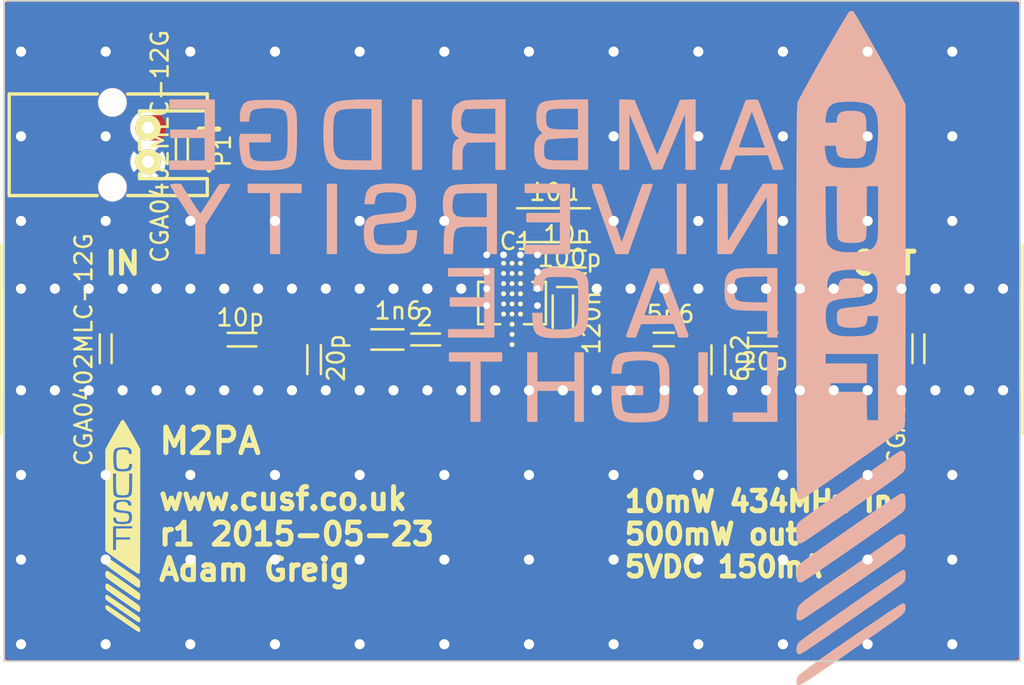
<source format=kicad_pcb>
(kicad_pcb (version 20221018) (generator pcbnew)
  (title_block (title "Martlet 2 RF PA") (date "Sat 23 May 2015") (rev "1") (company "Cambridge University Spaceflight") (comment 1 "Drawn By: Adam Greig"))
  (layers (0 "F.Cu" signal) (31 "B.Cu" signal) (34 "B.Paste" user) (35 "F.Paste" user) (36 "B.SilkS" user "B.Silkscreen") (37 "F.SilkS" user "F.Silkscreen") (38 "B.Mask" user) (39 "F.Mask" user) (44 "Edge.Cuts" user))
  (net 0 "")
  (net 1 "Net-(C1-Pad1)")
  (net 2 "Net-(C1-Pad2)")
  (net 3 "GND")
  (net 4 "+5V")
  (net 5 "Net-(C5-Pad2)")
  (net 6 "Net-(C7-Pad2)")
  (net 7 "Net-(IC1-Pad1)")
  (net 8 "Net-(IC1-Pad3)")
  (net 9 "Net-(L1-Pad1)")
  (footprint "m2pa:C0402" (layer "F.Cu") (at 123.55 87.01 180)
    (fp_text reference "C1" hide)
    (fp_text value "10p" (at 0.6 1.3 180) (layer "F.SilkS"))
    (pad "1" smd rect locked (at 0 0 180) (size 0.6 0.6) (layers "F.Cu" "F.Paste" "F.Mask") (net 1 "Net-(C1-Pad1)"))
    (pad "2" smd rect locked (at 1 0 180) (size 0.6 0.6) (layers "F.Cu" "F.Paste" "F.Mask") (net 2 "Net-(C1-Pad2)"))
  )
  (footprint "m2pa:C0402" (layer "F.Cu") (at 127.31 88.69 90)
    (fp_text reference "C2" hide)
    (fp_text value "20p" (at 0.6 1.3 90) (layer "F.SilkS"))
    (pad "1" smd rect locked (at 0 0 90) (size 0.6 0.6) (layers "F.Cu" "F.Paste" "F.Mask") (net 3 "GND"))
    (pad "2" smd rect locked (at 1 0 90) (size 0.6 0.6) (layers "F.Cu" "F.Paste" "F.Mask") (net 1 "Net-(C1-Pad1)"))
  )
  (footprint "m2pa:C0402" (layer "F.Cu") (at 143 83.5 180)
    (fp_text reference "C3" hide)
    (fp_text value "100p" (at 0.6 1.3 180) (layer "F.SilkS"))
    (pad "1" smd rect (at 0 0 180) (size 0.6 0.6) (layers "F.Cu" "F.Paste" "F.Mask") (net 4 "+5V"))
    (pad "2" smd rect (at 1 0 180) (size 0.6 0.6) (layers "F.Cu" "F.Paste" "F.Mask") (net 3 "GND"))
  )
  (footprint "m2pa:C0603" (layer "F.Cu") (at 143 82.25 180)
    (fp_text reference "C4" hide)
    (fp_text value "10n" (at 0.75 1.45 180) (layer "F.SilkS"))
    (pad "1" smd rect (at 0 0 180) (size 0.7 0.8) (layers "F.Cu" "F.Paste" "F.Mask") (net 4 "+5V"))
    (pad "2" smd rect (at 1.4 0 180) (size 0.7 0.8) (layers "F.Cu" "F.Paste" "F.Mask") (net 3 "GND"))
  )
  (footprint "m2pa:C0402" (layer "F.Cu") (at 151.18 88.7 90)
    (fp_text reference "C5" hide)
    (fp_text value "6p2" (at 0.6 1.3 90) (layer "F.SilkS"))
    (pad "1" smd rect locked (at 0 0 90) (size 0.6 0.6) (layers "F.Cu" "F.Paste" "F.Mask") (net 3 "GND"))
    (pad "2" smd rect locked (at 1 0 90) (size 0.6 0.6) (layers "F.Cu" "F.Paste" "F.Mask") (net 5 "Net-(C5-Pad2)"))
  )
  (footprint "m2pa:C1206" (layer "F.Cu") (at 143 80.25 180)
    (fp_text reference "C6" hide)
    (fp_text value "10µ" (at 1.5 1.95 180) (layer "F.SilkS"))
    (pad "1" smd rect (at 0 0 180) (size 1.2 1.7) (layers "F.Cu" "F.Paste" "F.Mask") (net 4 "+5V"))
    (pad "2" smd rect (at 3.1 0 180) (size 1.2 1.7) (layers "F.Cu" "F.Paste" "F.Mask") (net 3 "GND"))
  )
  (footprint "m2pa:C0402" (layer "F.Cu") (at 153.3 87)
    (fp_text reference "C7" hide)
    (fp_text value "20p" (at 0.6 1.3) (layer "F.SilkS"))
    (pad "1" smd rect (at 0 0) (size 0.6 0.6) (layers "F.Cu" "F.Paste" "F.Mask") (net 5 "Net-(C5-Pad2)"))
    (pad "2" smd rect (at 1 0) (size 0.6 0.6) (layers "F.Cu" "F.Paste" "F.Mask") (net 6 "Net-(C7-Pad2)"))
  )
  (footprint "m2pa:R0402" (layer "F.Cu") (at 115 87 -90)
    (fp_text reference "D1" hide)
    (fp_text value "CGA0402MLC-12G" (at 0.6 1.3 270) (layer "F.SilkS"))
    (pad "1" smd rect (at 0 0 270) (size 0.6 0.5) (layers "F.Cu" "F.Paste" "F.Mask") (net 2 "Net-(C1-Pad2)"))
    (pad "2" smd rect (at 1.1 0 270) (size 0.6 0.5) (layers "F.Cu" "F.Paste" "F.Mask") (net 3 "GND"))
  )
  (footprint "m2pa:R0402" (layer "F.Cu") (at 163 87 -90)
    (fp_text reference "D2" hide)
    (fp_text value "CGA0402MLC-12G" (at 0.6 1.3 270) (layer "F.SilkS"))
    (pad "1" smd rect (at 0 0 270) (size 0.6 0.5) (layers "F.Cu" "F.Paste" "F.Mask") (net 6 "Net-(C7-Pad2)"))
    (pad "2" smd rect (at 1.1 0 270) (size 0.6 0.5) (layers "F.Cu" "F.Paste" "F.Mask") (net 3 "GND"))
  )
  (footprint "m2pa:SOT89-3" (layer "F.Cu") (at 139 87)
    (fp_text reference "IC1" (at 0 -5.8) (layer "F.SilkS"))
    (fp_text value "ADL5324" hide)
    (pad "1" smd rect (at -1.5 0 180) (size 0.9 1.3) (layers "F.Cu" "F.Paste" "F.Mask") (net 7 "Net-(IC1-Pad1)"))
    (pad "2" thru_hole circle (at -0.5 -4.5 180) (size 0.3 0.3) (drill 0.2) (layers "*.Cu" "F.SilkS" "F.Mask") (net 3 "GND"))
    (pad "2" thru_hole circle (at -0.5 -3.9 180) (size 0.3 0.3) (drill 0.2) (layers "*.Cu" "F.SilkS" "F.Mask") (net 3 "GND"))
    (pad "2" thru_hole circle (at -0.5 -3.3 180) (size 0.3 0.3) (drill 0.2) (layers "*.Cu" "F.SilkS" "F.Mask") (net 3 "GND"))
    (pad "2" thru_hole circle (at -0.5 -2.7 180) (size 0.3 0.3) (drill 0.2) (layers "*.Cu" "F.SilkS" "F.Mask") (net 3 "GND"))
    (pad "2" thru_hole circle (at -0.5 -2.1 180) (size 0.3 0.3) (drill 0.2) (layers "*.Cu" "F.SilkS" "F.Mask") (net 3 "GND"))
    (pad "2" thru_hole circle (at -0.5 -1.5 180) (size 0.3 0.3) (drill 0.2) (layers "*.Cu" "F.SilkS" "F.Mask") (net 3 "GND"))
    (pad "2" thru_hole circle (at 0 -4.5 180) (size 0.3 0.3) (drill 0.2) (layers "*.Cu" "F.SilkS" "F.Mask") (net 3 "GND"))
    (pad "2" thru_hole circle (at 0 -3.9 180) (size 0.3 0.3) (drill 0.2) (layers "*.Cu" "F.SilkS" "F.Mask") (net 3 "GND"))
    (pad "2" thru_hole circle (at 0 -3.3 180) (size 0.3 0.3) (drill 0.2) (layers "*.Cu" "F.SilkS" "F.Mask") (net 3 "GND"))
    (pad "2" smd rect (at 0 -3 180) (size 1.8 3.5) (layers "F.Cu" "F.Paste" "F.Mask") (net 3 "GND"))
    (pad "2" smd rect (at 0 -3 180) (size 1.8 3.5) (layers "B.Cu") (net 3 "GND"))
    (pad "2" thru_hole circle (at 0 -2.7 180) (size 0.3 0.3) (drill 0.2) (layers "*.Cu" "F.SilkS" "F.Mask") (net 3 "GND"))
    (pad "2" thru_hole circle (at 0 -2.1 180) (size 0.3 0.3) (drill 0.2) (layers "*.Cu" "F.SilkS" "F.Mask") (net 3 "GND"))
    (pad "2" thru_hole circle (at 0 -1.5 180) (size 0.3 0.3) (drill 0.2) (layers "*.Cu" "F.SilkS" "F.Mask") (net 3 "GND"))
    (pad "2" thru_hole circle (at 0 -0.9 180) (size 0.3 0.3) (drill 0.2) (layers "*.Cu" "F.SilkS" "F.Mask") (net 3 "GND"))
    (pad "2" thru_hole circle (at 0 -0.3 180) (size 0.3 0.3) (drill 0.2) (layers "*.Cu" "F.SilkS" "F.Mask") (net 3 "GND"))
    (pad "2" smd rect (at 0 -0.3 180) (size 0.9 1.9) (layers "F.Cu" "F.Paste" "F.Mask") (net 3 "GND"))
    (pad "2" smd rect (at 0 -0.3 180) (size 0.9 1.9) (layers "B.Cu") (net 3 "GND"))
    (pad "2" thru_hole circle (at 0 0.3 180) (size 0.3 0.3) (drill 0.2) (layers "*.Cu" "F.SilkS" "F.Mask") (net 3 "GND"))
    (pad "2" thru_hole circle (at 0.5 -4.5 180) (size 0.3 0.3) (drill 0.2) (layers "*.Cu" "F.SilkS" "F.Mask") (net 3 "GND"))
    (pad "2" thru_hole circle (at 0.5 -3.9 180) (size 0.3 0.3) (drill 0.2) (layers "*.Cu" "F.SilkS" "F.Mask") (net 3 "GND"))
    (pad "2" thru_hole circle (at 0.5 -3.3 180) (size 0.3 0.3) (drill 0.2) (layers "*.Cu" "F.SilkS" "F.Mask") (net 3 "GND"))
    (pad "2" thru_hole circle (at 0.5 -2.7 180) (size 0.3 0.3) (drill 0.2) (layers "*.Cu" "F.SilkS" "F.Mask") (net 3 "GND"))
    (pad "2" thru_hole circle (at 0.5 -2.1 180) (size 0.3 0.3) (drill 0.2) (layers "*.Cu" "F.SilkS" "F.Mask") (net 3 "GND"))
    (pad "2" thru_hole circle (at 0.5 -1.5 180) (size 0.3 0.3) (drill 0.2) (layers "*.Cu" "F.SilkS" "F.Mask") (net 3 "GND"))
    (pad "3" smd rect (at 1.5 0 180) (size 0.9 1.3) (layers "F.Cu" "F.Paste" "F.Mask") (net 8 "Net-(IC1-Pad3)"))
  )
  (footprint "m2pa:L0603" (layer "F.Cu") (at 132.29 87 180)
    (fp_text reference "L1" hide)
    (fp_text value "1n6" (at 0 1.7 180) (layer "F.SilkS"))
    (pad "1" smd rect locked (at 0 0 180) (size 0.64 1.02) (layers "F.Cu" "F.Paste" "F.Mask") (net 9 "Net-(L1-Pad1)"))
    (pad "2" smd rect locked (at 1.28 0 180) (size 0.64 1.02) (layers "F.Cu" "F.Paste" "F.Mask") (net 1 "Net-(C1-Pad1)"))
  )
  (footprint "m2pa:L0603" (layer "F.Cu") (at 142 86 90)
    (fp_text reference "L2" hide)
    (fp_text value "120n" (at 0 1.7 90) (layer "F.SilkS"))
    (pad "1" smd rect (at 0 0 90) (size 0.64 1.02) (layers "F.Cu" "F.Paste" "F.Mask") (net 8 "Net-(IC1-Pad3)"))
    (pad "2" smd rect (at 1.28 0 90) (size 0.64 1.02) (layers "F.Cu" "F.Paste" "F.Mask") (net 4 "+5V"))
  )
  (footprint "m2pa:L0402" (layer "F.Cu") (at 148.36 87 180)
    (fp_text reference "L3" hide)
    (fp_text value "5n6" (at 0 1.5 180) (layer "F.SilkS"))
    (pad "1" smd rect locked (at 0 0 180) (size 0.36 0.66) (layers "F.Cu" "F.Paste" "F.Mask") (net 5 "Net-(C5-Pad2)"))
    (pad "2" smd rect locked (at 0.82 0 180) (size 0.36 0.66) (layers "F.Cu" "F.Paste" "F.Mask") (net 8 "Net-(IC1-Pad3)"))
  )
  (footprint "m2pa:S02B-PASK-2" (layer "F.Cu") (at 117.5 76.5 90)
    (fp_text reference "P1" (at 0.64 4.38 90) (layer "F.SilkS"))
    (fp_text value "CONN_01X02" hide)
    (pad "" np_thru_hole circle (at -1.5 -2.1 90) (size 1.2 1.2) (drill 1.2) (layers "*.Cu" "*.Mask" "F.SilkS"))
    (pad "" np_thru_hole circle (at 3.5 -2.1 90) (size 1.2 1.2) (drill 1.2) (layers "*.Cu" "*.Mask" "F.SilkS"))
    (pad "1" thru_hole circle (at 0 0 90) (size 1.5 1.5) (drill 0.7) (layers "*.Cu" "*.Mask" "F.SilkS") (net 3 "GND"))
    (pad "2" thru_hole circle (at 2 0 90) (size 1.5 1.5) (drill 0.7) (layers "*.Cu" "*.Mask" "F.SilkS") (net 4 "+5V"))
  )
  (footprint "m2pa:SMA-142-0701-801" (layer "F.Cu") (at 111.5 87 90)
    (fp_text reference "P2" hide)
    (fp_text value "SMA" hide)
    (pad "1" smd rect (at 0 0 90) (size 2.286 5.08) (layers "F.Cu" "F.Mask") (net 2 "Net-(C1-Pad2)"))
    (pad "2" smd rect (at -4.3815 0 90) (size 2.413 5.08) (layers "F.Cu" "F.Mask") (net 3 "GND"))
    (pad "3" smd rect (at 4.3815 0 90) (size 2.413 5.08) (layers "F.Cu" "F.Mask") (net 3 "GND"))
    (pad "4" smd rect (at -4.3815 0 90) (size 2.413 5.08) (layers "B.Cu" "B.Mask") (net 3 "GND"))
    (pad "5" smd rect (at 4.3815 0 90) (size 2.413 5.08) (layers "B.Cu" "B.Mask") (net 3 "GND"))
  )
  (footprint "m2pa:SMA-142-0701-801" (layer "F.Cu") (at 166.5 87 -90)
    (fp_text reference "P3" hide)
    (fp_text value "SMA" hide)
    (pad "1" smd rect (at 0 0 270) (size 2.286 5.08) (layers "F.Cu" "F.Mask") (net 6 "Net-(C7-Pad2)"))
    (pad "2" smd rect (at -4.3815 0 270) (size 2.413 5.08) (layers "F.Cu" "F.Mask") (net 3 "GND"))
    (pad "3" smd rect (at 4.3815 0 270) (size 2.413 5.08) (layers "F.Cu" "F.Mask") (net 3 "GND"))
    (pad "4" smd rect (at -4.3815 0 270) (size 2.413 5.08) (layers "B.Cu" "B.Mask") (net 3 "GND"))
    (pad "5" smd rect (at 4.3815 0 270) (size 2.413 5.08) (layers "B.Cu" "B.Mask") (net 3 "GND"))
  )
  (footprint "m2pa:R0402" (layer "F.Cu") (at 134.45 87 180)
    (fp_text reference "R1" hide)
    (fp_text value "2" (at 0.6 1.3 180) (layer "F.SilkS"))
    (pad "1" smd rect locked (at 0 0 180) (size 0.6 0.5) (layers "F.Cu" "F.Paste" "F.Mask") (net 7 "Net-(IC1-Pad1)"))
    (pad "2" smd rect locked (at 1.1 0 180) (size 0.6 0.5) (layers "F.Cu" "F.Paste" "F.Mask") (net 9 "Net-(L1-Pad1)"))
  )
  (footprint "m2pa:R0402" (layer "F.Cu") (at 119.5 75 -90)
    (fp_text reference "D3" hide)
    (fp_text value "CGA0402MLC-12G" (at 0.6 1.3 270) (layer "F.SilkS"))
    (pad "1" smd rect (at 0 0 270) (size 0.6 0.5) (layers "F.Cu" "F.Paste" "F.Mask") (net 4 "+5V"))
    (pad "2" smd rect (at 1.1 0 270) (size 0.6 0.5) (layers "F.Cu" "F.Paste" "F.Mask") (net 3 "GND"))
  )
  (footprint "m2pa:cusf_logo_small" (layer "F.Cu") (at 116 98)
    (fp_text reference "G***" hide)
    (fp_text value "LOGO" hide)
  )
  (footprint "m2pa:cusf_logo_full" (layer "F.Cu") (at 140.5 87.5)
    (fp_text reference "G***" hide)
    (fp_text value "LOGO" hide)
  )
  (gr_line (start 109 67) (end 169 67) (stroke (width 0.1)) (layer "Edge.Cuts"))
  (gr_line (start 109 67) (end 109 106) (stroke (width 0.1)) (layer "Edge.Cuts"))
  (gr_line (start 169 67) (end 169 106) (stroke (width 0.1)) (layer "Edge.Cuts"))
  (gr_line (start 169 106) (end 109 106) (stroke (width 0.1)) (layer "Edge.Cuts"))
  (gr_text "www.cusf.co.uk\nr1 2015-05-23\nAdam Greig" (at 118 98.5) (layer "F.SilkS") (effects (font (size 1.3 1.3) (thickness 0.3)) (justify left)))
  (gr_text "-+" (at 121 75.5 90) (layer "F.SilkS") (effects (font (size 1.5 1.5) (thickness 0.3))))
  (gr_text "10mW 434MHz in\n500mW out\n5VDC 150mA" (at 145.5 98.5) (layer "F.SilkS") (effects (font (size 1.2 1.2) (thickness 0.3)) (justify left)))
  (gr_text "OUT" (at 161 82.5) (layer "F.SilkS") (effects (font (size 1.3 1.3) (thickness 0.3))))
  (gr_text "IN" (at 116 82.5) (layer "F.SilkS") (effects (font (size 1.3 1.3) (thickness 0.3))))
  (gr_text "M2PA" (at 118 93) (layer "F.SilkS") (effects (font (size 1.5 1.5) (thickness 0.3)) (justify left)))
  (segment (start 124.29 87.01) (end 124.3 87) (width 2) (layer "F.Cu") (net 1))
  (segment (start 124.3 87) (end 127.3 87) (width 2) (layer "F.Cu") (net 1))
  (segment (start 129.5 87) (end 129.7 87) (width 2) (layer "F.Cu") (net 1))
  (segment (start 129.7 87) (end 129.9 87) (width 2) (layer "F.Cu") (net 1))
  (segment (start 129.9 87) (end 130 87) (width 2) (layer "F.Cu") (net 1))
  (segment (start 130 87) (end 130.1 87) (width 2) (layer "F.Cu") (net 1))
  (segment (start 130.1 87) (end 131.01 87) (width 0.5) (layer "F.Cu") (net 1))
  (segment (start 127.3 87.5) (end 127.3 87) (width 0.5) (layer "F.Cu") (net 1))
  (segment (start 127.3 87) (end 129.5 87) (width 2) (layer "F.Cu") (net 1))
  (segment (start 123.55 87.01) (end 124.29 87.01) (width 0.3) (layer "F.Cu") (net 1))
  (segment (start 121.5 87) (end 121.51 87.01) (width 0.3) (layer "F.Cu") (net 2))
  (segment (start 121.51 87.01) (end 122.55 87.01) (width 0.3) (layer "F.Cu") (net 2))
  (segment (start 111.5 87) (end 115 87) (width 1) (layer "F.Cu") (net 2))
  (segment (start 115 87) (end 116.5 87) (width 1) (layer "F.Cu") (net 2))
  (segment (start 116.5 87) (end 121.5 87) (width 2) (layer "F.Cu") (net 2))
  (segment (start 137.5 83) (end 138.5 84) (width 0.3) (layer "F.Cu") (net 3))
  (segment (start 139.5 84) (end 140.5 83) (width 0.3) (layer "F.Cu") (net 3))
  (segment (start 139 83.5) (end 137.5 82) (width 0.3) (layer "F.Cu") (net 3))
  (segment (start 139 83.5) (end 140.5 82) (width 0.3) (layer "F.Cu") (net 3))
  (segment (start 138.5 82) (end 139 82.5) (width 0.3) (layer "F.Cu") (net 3))
  (segment (start 139 82.5) (end 139.5 82) (width 0.3) (layer "F.Cu") (net 3))
  (segment (start 138.5 84) (end 137.5 85) (width 0.3) (layer "F.Cu") (net 3))
  (segment (start 139.5 84) (end 140.5 85) (width 0.3) (layer "F.Cu") (net 3))
  (segment (start 111.3815 82.6185) (end 110 84) (width 0.5) (layer "F.Cu") (net 3))
  (segment (start 112 84) (end 114 84) (width 0.5) (layer "F.Cu") (net 3))
  (segment (start 116 84) (end 118 84) (width 0.5) (layer "F.Cu") (net 3))
  (segment (start 120 84) (end 122 84) (width 0.5) (layer "F.Cu") (net 3))
  (segment (start 124 84) (end 126 84) (width 0.5) (layer "F.Cu") (net 3))
  (segment (start 128 84) (end 130 84) (width 0.5) (layer "F.Cu") (net 3))
  (segment (start 132 84) (end 134 84) (width 0.5) (layer "F.Cu") (net 3))
  (segment (start 166.6185 82.6185) (end 168 84) (width 0.5) (layer "F.Cu") (net 3))
  (segment (start 166 84) (end 164 84) (width 0.5) (layer "F.Cu") (net 3))
  (segment (start 162 84) (end 160 84) (width 0.5) (layer "F.Cu") (net 3))
  (segment (start 158 84) (end 156 84) (width 0.5) (layer "F.Cu") (net 3))
  (segment (start 154 84) (end 152 84) (width 0.5) (layer "F.Cu") (net 3))
  (segment (start 150 84) (end 148 84) (width 0.5) (layer "F.Cu") (net 3))
  (segment (start 146 84) (end 144 84) (width 0.5) (layer "F.Cu") (net 3))
  (segment (start 111.3815 91.3815) (end 110 90) (width 0.5) (layer "F.Cu") (net 3))
  (segment (start 112 90) (end 114 90) (width 0.5) (layer "F.Cu") (net 3))
  (segment (start 116 90) (end 118 90) (width 0.5) (layer "F.Cu") (net 3))
  (segment (start 120 90) (end 122 90) (width 0.5) (layer "F.Cu") (net 3))
  (segment (start 124 90) (end 126 90) (width 0.5) (layer "F.Cu") (net 3))
  (segment (start 128 90) (end 130 90) (width 0.5) (layer "F.Cu") (net 3))
  (segment (start 132 90) (end 134 90) (width 0.5) (layer "F.Cu") (net 3))
  (segment (start 136 90) (end 138 90) (width 0.5) (layer "F.Cu") (net 3))
  (segment (start 140 90) (end 142 90) (width 0.5) (layer "F.Cu") (net 3))
  (segment (start 144 90) (end 146 90) (width 0.5) (layer "F.Cu") (net 3))
  (segment (start 148 90) (end 150 90) (width 0.5) (layer "F.Cu") (net 3))
  (segment (start 152 90) (end 154 90) (width 0.5) (layer "F.Cu") (net 3))
  (segment (start 156 90) (end 158 90) (width 0.5) (layer "F.Cu") (net 3))
  (segment (start 160 90) (end 162 90) (width 0.5) (layer "F.Cu") (net 3))
  (segment (start 164 90) (end 166 90) (width 0.5) (layer "F.Cu") (net 3))
  (segment (start 111.5 93.5) (end 110 95) (width 0.5) (layer "F.Cu") (net 3))
  (segment (start 110 100) (end 110 105) (width 0.5) (layer "F.Cu") (net 3))
  (segment (start 115 105) (end 115 100) (width 0.5) (layer "F.Cu") (net 3))
  (segment (start 115 95) (end 120 95) (width 0.5) (layer "F.Cu") (net 3))
  (segment (start 120 100) (end 120 105) (width 0.5) (layer "F.Cu") (net 3))
  (segment (start 125 105) (end 125 100) (width 0.5) (layer "F.Cu") (net 3))
  (segment (start 125 95) (end 130 95) (width 0.5) (layer "F.Cu") (net 3))
  (segment (start 130 100) (end 130 105) (width 0.5) (layer "F.Cu") (net 3))
  (segment (start 135 105) (end 135 100) (width 0.5) (layer "F.Cu") (net 3))
  (segment (start 135 95) (end 140 95) (width 0.5) (layer "F.Cu") (net 3))
  (segment (start 140 100) (end 140 105) (width 0.5) (layer "F.Cu") (net 3))
  (segment (start 145 105) (end 145 100) (width 0.5) (layer "F.Cu") (net 3))
  (segment (start 145 95) (end 150 95) (width 0.5) (layer "F.Cu") (net 3))
  (segment (start 150 100) (end 150 105) (width 0.5) (layer "F.Cu") (net 3))
  (segment (start 155 105) (end 155 100) (width 0.5) (layer "F.Cu") (net 3))
  (segment (start 155 95) (end 160 95) (width 0.5) (layer "F.Cu") (net 3))
  (segment (start 160 100) (end 160 105) (width 0.5) (layer "F.Cu") (net 3))
  (segment (start 165 105) (end 165 100) (width 0.5) (layer "F.Cu") (net 3))
  (segment (start 165 95) (end 166.5 93.5) (width 0.5) (layer "F.Cu") (net 3))
  (segment (start 166.5 93.5) (end 166.5 91.3815) (width 0.5) (layer "F.Cu") (net 3))
  (segment (start 166.5 81.5) (end 165 80) (width 0.5) (layer "F.Cu") (net 3))
  (segment (start 165 75) (end 165 70) (width 0.5) (layer "F.Cu") (net 3))
  (segment (start 160 70) (end 160 75) (width 0.5) (layer "F.Cu") (net 3))
  (segment (start 160 80) (end 155 80) (width 0.5) (layer "F.Cu") (net 3))
  (segment (start 155 75) (end 155 70) (width 0.5) (layer "F.Cu") (net 3))
  (segment (start 150 70) (end 150 75) (width 0.5) (layer "F.Cu") (net 3))
  (segment (start 150 80) (end 145 80) (width 0.5) (layer "F.Cu") (net 3))
  (segment (start 145 75) (end 145 70) (width 0.5) (layer "F.Cu") (net 3))
  (segment (start 140 70) (end 135 70) (width 0.5) (layer "F.Cu") (net 3))
  (segment (start 130 70) (end 125 70) (width 0.5) (layer "F.Cu") (net 3))
  (segment (start 120 70) (end 115 70) (width 0.5) (layer "F.Cu") (net 3))
  (segment (start 110 70) (end 110 75) (width 0.5) (layer "F.Cu") (net 3))
  (segment (start 115 75) (end 110 80) (width 0.5) (layer "F.Cu") (net 3))
  (segment (start 115 80) (end 120 80) (width 0.5) (layer "F.Cu") (net 3))
  (segment (start 125 80) (end 130 80) (width 0.5) (layer "F.Cu") (net 3))
  (segment (start 135 80) (end 135.25 80.25) (width 0.5) (layer "F.Cu") (net 3))
  (segment (start 135.25 80.25) (end 139.9 80.25) (width 0.5) (layer "F.Cu") (net 3))
  (segment (start 163 88.1) (end 163 89.5) (width 0.5) (layer "F.Cu") (net 3))
  (segment (start 139 84) (end 139 82.5) (width 0.3) (layer "F.Cu") (net 3))
  (segment (start 166.5 82.6185) (end 166.5 81.5) (width 0.5) (layer "F.Cu") (net 3))
  (segment (start 139 86.7) (end 139 89.7) (width 0.8) (layer "F.Cu") (net 3))
  (segment (start 139 84) (end 139 83.5) (width 0.3) (layer "F.Cu") (net 3))
  (segment (start 139 84) (end 139.5 84) (width 0.3) (layer "F.Cu") (net 3))
  (segment (start 111.5 91.3815) (end 111.3815 91.3815) (width 0.5) (layer "F.Cu") (net 3))
  (segment (start 166.5 82.6185) (end 166.6185 82.6185) (width 0.5) (layer "F.Cu") (net 3))
  (segment (start 139 84) (end 138.5 84) (width 0.3) (layer "F.Cu") (net 3))
  (segment (start 111.5 82.6185) (end 111.3815 82.6185) (width 0.5) (layer "F.Cu") (net 3))
  (segment (start 139 84) (end 137.5 84) (width 0.3) (layer "F.Cu") (net 3))
  (segment (start 115 88.1) (end 115 89.5) (width 0.5) (layer "F.Cu") (net 3))
  (segment (start 111.5 91.3815) (end 111.5 93.5) (width 0.5) (layer "F.Cu") (net 3))
  (segment (start 139 86.7) (end 139 84) (width 0.3) (layer "F.Cu") (net 3))
  (segment (start 139 84) (end 140.5 84) (width 0.3) (layer "F.Cu") (net 3))
  (via (at 150 70) (size 1) (drill 0.6) (layers "F.Cu" "B.Cu") (net 3))
  (via (at 146 84) (size 1) (drill 0.6) (layers "F.Cu" "B.Cu") (net 3))
  (via (at 110 70) (size 1) (drill 0.6) (layers "F.Cu" "B.Cu") (net 3))
  (via (at 145 70) (size 1) (drill 0.6) (layers "F.Cu" "B.Cu") (net 3))
  (via (at 128 90) (size 1) (drill 0.6) (layers "F.Cu" "B.Cu") (net 3))
  (via (at 144 90) (size 1) (drill 0.6) (layers "F.Cu" "B.Cu") (net 3))
  (via (at 130 105) (size 1) (drill 0.6) (layers "F.Cu" "B.Cu") (net 3))
  (via (at 142 90) (size 1) (drill 0.6) (layers "F.Cu" "B.Cu") (net 3))
  (via (at 137.5 84) (size 0.8) (drill 0.4) (layers "F.Cu" "B.Cu") (net 3))
  (via (at 156 84) (size 1) (drill 0.6) (layers "F.Cu" "B.Cu") (net 3))
  (via (at 155 100) (size 1) (drill 0.6) (layers "F.Cu" "B.Cu") (net 3))
  (via (at 130 90) (size 1) (drill 0.6) (layers "F.Cu" "B.Cu") (net 3))
  (via (at 145 100) (size 1) (drill 0.6) (layers "F.Cu" "B.Cu") (net 3))
  (via (at 155 80) (size 1) (drill 0.6) (layers "F.Cu" "B.Cu") (net 3))
  (via (at 150 105) (size 1) (drill 0.6) (layers "F.Cu" "B.Cu") (net 3))
  (via (at 168 90) (size 1) (drill 0.6) (layers "F.Cu" "B.Cu") (net 3))
  (via (at 134 90) (size 1) (drill 0.6) (layers "F.Cu" "B.Cu") (net 3))
  (via (at 124 84) (size 1) (drill 0.6) (layers "F.Cu" "B.Cu") (net 3))
  (via (at 136 84) (size 1) (drill 0.6) (layers "F.Cu" "B.Cu") (net 3))
  (via (at 156 90) (size 1) (drill 0.6) (layers "F.Cu" "B.Cu") (net 3))
  (via (at 138 90) (size 1) (drill 0.6) (layers "F.Cu" "B.Cu") (net 3))
  (via (at 137.5 82) (size 0.8) (drill 0.4) (layers "F.Cu" "B.Cu") (net 3))
  (via (at 155 105) (size 1) (drill 0.6) (layers "F.Cu" "B.Cu") (net 3))
  (via (at 135 100) (size 1) (drill 0.6) (layers "F.Cu" "B.Cu") (net 3))
  (via (at 122 90) (size 1) (drill 0.6) (layers "F.Cu" "B.Cu") (net 3))
  (via (at 145 75) (size 1) (drill 0.6) (layers "F.Cu" "B.Cu") (net 3))
  (via (at 115 100) (size 1) (drill 0.6) (layers "F.Cu" "B.Cu") (net 3))
  (via (at 160 75) (size 1) (drill 0.6) (layers "F.Cu" "B.Cu") (net 3))
  (via (at 120 90) (size 1) (drill 0.6) (layers "F.Cu" "B.Cu") (net 3))
  (via (at 152 84) (size 1) (drill 0.6) (layers "F.Cu" "B.Cu") (net 3))
  (via (at 125 80) (size 1) (drill 0.6) (layers "F.Cu" "B.Cu") (net 3))
  (via (at 145 105) (size 1) (drill 0.6) (layers "F.Cu" "B.Cu") (net 3))
  (via (at 160 105) (size 1) (drill 0.6) (layers "F.Cu" "B.Cu") (net 3))
  (via (at 115 75) (size 1) (drill 0.6) (layers "F.Cu" "B.Cu") (net 3))
  (via (at 114 84) (size 1) (drill 0.6) (layers "F.Cu" "B.Cu") (net 3))
  (via (at 120 80) (size 1) (drill 0.6) (layers "F.Cu" "B.Cu") (net 3))
  (via (at 155 70) (size 1) (drill 0.6) (layers "F.Cu" "B.Cu") (net 3))
  (via (at 162 84) (size 1) (drill 0.6) (layers "F.Cu" "B.Cu") (net 3))
  (via (at 154 84) (size 1) (drill 0.6) (layers "F.Cu" "B.Cu") (net 3))
  (via (at 140 105) (size 1) (drill 0.6) (layers "F.Cu" "B.Cu") (net 3))
  (via (at 140.5 84) (size 0.8) (drill 0.4) (layers "F.Cu" "B.Cu") (net 3))
  (via (at 150 100) (size 1) (drill 0.6) (layers "F.Cu" "B.Cu") (net 3))
  (via (at 140 95) (size 1) (drill 0.6) (layers "F.Cu" "B.Cu") (net 3))
  (via (at 135 70) (size 1) (drill 0.6) (layers "F.Cu" "B.Cu") (net 3))
  (via (at 154 90) (size 1) (drill 0.6) (layers "F.Cu" "B.Cu") (net 3))
  (via (at 116 84) (size 1) (drill 0.6) (layers "F.Cu" "B.Cu") (net 3))
  (via (at 158 90) (size 1) (drill 0.6) (layers "F.Cu" "B.Cu") (net 3))
  (via (at 140 90) (size 1) (drill 0.6) (layers "F.Cu" "B.Cu") (net 3))
  (via (at 130 70) (size 1) (drill 0.6) (layers "F.Cu" "B.Cu") (net 3))
  (via (at 130 100) (size 1) (drill 0.6) (layers "F.Cu" "B.Cu") (net 3))
  (via (at 120 84) (size 1) (drill 0.6) (layers "F.Cu" "B.Cu") (net 3))
  (via (at 128 84) (size 1) (drill 0.6) (layers "F.Cu" "B.Cu") (net 3))
  (via (at 165 95) (size 1) (drill 0.6) (layers "F.Cu" "B.Cu") (net 3))
  (via (at 125 70) (size 1) (drill 0.6) (layers "F.Cu" "B.Cu") (net 3))
  (via (at 132 84) (size 1) (drill 0.6) (layers "F.Cu" "B.Cu") (net 3))
  (via (at 118 90) (size 1) (drill 0.6) (layers "F.Cu" "B.Cu") (net 3))
  (via (at 160 80) (size 1) (drill 0.6) (layers "F.Cu" "B.Cu") (net 3))
  (via (at 160 90) (size 1) (drill 0.6) (layers "F.Cu" "B.Cu") (net 3))
  (via (at 166 90) (size 1) (drill 0.6) (layers "F.Cu" "B.Cu") (net 3))
  (via (at 135 105) (size 1) (drill 0.6) (layers "F.Cu" "B.Cu") (net 3))
  (via (at 136 90) (size 1) (drill 0.6) (layers "F.Cu" "B.Cu") (net 3))
  (via (at 165 80) (size 1) (drill 0.6) (layers "F.Cu" "B.Cu") (net 3))
  (via (at 115 95) (size 1) (drill 0.6) (layers "F.Cu" "B.Cu") (net 3))
  (via (at 112 84) (size 1) (drill 0.6) (layers "F.Cu" "B.Cu") (net 3))
  (via (at 110 100) (size 1) (drill 0.6) (layers "F.Cu" "B.Cu") (net 3))
  (via (at 150 90) (size 1) (drill 0.6) (layers "F.Cu" "B.Cu") (net 3))
  (via (at 115 80) (size 1) (drill 0.6) (layers "F.Cu" "B.Cu") (net 3))
  (via (at 140.5 83) (size 0.8) (drill 0.4) (layers "F.Cu" "B.Cu") (net 3))
  (via (at 155 95) (size 1) (drill 0.6) (layers "F.Cu" "B.Cu") (net 3))
  (via (at 140 100) (size 1) (drill 0.6) (layers "F.Cu" "B.Cu") (net 3))
  (via (at 130 95) (size 1) (drill 0.6) (layers "F.Cu" "B.Cu") (net 3))
  (via (at 110 84) (size 1) (drill 0.6) (layers "F.Cu" "B.Cu") (net 3))
  (via (at 140.5 82) (size 0.8) (drill 0.4) (layers "F.Cu" "B.Cu") (net 3))
  (via (at 146 90) (size 1) (drill 0.6) (layers "F.Cu" "B.Cu") (net 3))
  (via (at 160 84) (size 1) (drill 0.6) (layers "F.Cu" "B.Cu") (net 3))
  (via (at 137.5 85) (size 0.8) (drill 0.4) (layers "F.Cu" "B.Cu") (net 3))
  (via (at 164 90) (size 1) (drill 0.6) (layers "F.Cu" "B.Cu") (net 3))
  (via (at 120 95) (size 1) (drill 0.6) (layers "F.Cu" "B.Cu") (net 3))
  (via (at 165 70) (size 1) (drill 0.6) (layers "F.Cu" "B.Cu") (net 3))
  (via (at 120 105) (size 1) (drill 0.6) (layers "F.Cu" "B.Cu") (net 3))
  (via (at 120 70) (size 1) (drill 0.6) (layers "F.Cu" "B.Cu") (net 3))
  (via (at 120 100) (size 1) (drill 0.6) (layers "F.Cu" "B.Cu") (net 3))
  (via (at 158 84) (size 1) (drill 0.6) (layers "F.Cu" "B.Cu") (net 3))
  (via (at 165 75) (size 1) (drill 0.6) (layers "F.Cu" "B.Cu") (net 3))
  (via (at 130 80) (size 1) (drill 0.6) (layers "F.Cu" "B.Cu") (net 3))
  (via (at 145 80) (size 1) (drill 0.6) (layers "F.Cu" "B.Cu") (net 3))
  (via (at 110 75) (size 1) (drill 0.6) (layers "F.Cu" "B.Cu") (net 3))
  (via (at 114 90) (size 1) (drill 0.6) (layers "F.Cu" "B.Cu") (net 3))
  (via (at 148 90) (size 1) (drill 0.6) (layers "F.Cu" "B.Cu") (net 3))
  (via (at 168 84) (size 1) (drill 0.6) (layers "F.Cu" "B.Cu") (net 3))
  (via (at 140 70) (size 1) (drill 0.6) (layers "F.Cu" "B.Cu") (net 3))
  (via (at 144 84) (size 1) (drill 0.6) (layers "F.Cu" "B.Cu") (net 3))
  (via (at 130 84) (size 1) (drill 0.6) (layers "F.Cu" "B.Cu") (net 3))
  (via (at 116 90) (size 1) (drill 0.6) (layers "F.Cu" "B.Cu") (net 3))
  (via (at 137.5 83) (size 0.8) (drill 0.4) (layers "F.Cu" "B.Cu") (net 3))
  (via (at 125 105) (size 1) (drill 0.6) (layers "F.Cu" "B.Cu") (net 3))
  (via (at 160 70) (size 1) (drill 0.6) (layers "F.Cu" "B.Cu") (net 3))
  (via (at 125 100) (size 1) (drill 0.6) (layers "F.Cu" "B.Cu") (net 3))
  (via (at 134 84) (size 1) (drill 0.6) (layers "F.Cu" "B.Cu") (net 3))
  (via (at 115 70) (size 1) (drill 0.6) (layers "F.Cu" "B.Cu") (net 3))
  (via (at 124 90) (size 1) (drill 0.6) (layers "F.Cu" "B.Cu") (net 3))
  (via (at 110 105) (size 1) (drill 0.6) (layers "F.Cu" "B.Cu") (net 3))
  (via (at 148 84) (size 1) (drill 0.6) (layers "F.Cu" "B.Cu") (net 3))
  (via (at 150 84) (size 1) (drill 0.6) (layers "F.Cu" "B.Cu") (net 3))
  (via (at 140.5 85) (size 0.8) (drill 0.4) (layers "F.Cu" "B.Cu") (net 3))
  (via (at 115 105) (size 1) (drill 0.6) (layers "F.Cu" "B.Cu") (net 3))
  (via (at 145 95) (size 1) (drill 0.6) (layers "F.Cu" "B.Cu") (net 3))
  (via (at 150 95) (size 1) (drill 0.6) (layers "F.Cu" "B.Cu") (net 3))
  (via (at 166 84) (size 1) (drill 0.6) (layers "F.Cu" "B.Cu") (net 3))
  (via (at 110 95) (size 1) (drill 0.6) (layers "F.Cu" "B.Cu") (net 3))
  (via (at 112 90) (size 1) (drill 0.6) (layers "F.Cu" "B.Cu") (net 3))
  (via (at 162 90) (size 1) (drill 0.6) (layers "F.Cu" "B.Cu") (net 3))
  (via (at 165 100) (size 1) (drill 0.6) (layers "F.Cu" "B.Cu") (net 3))
  (via (at 139.5 82) (size 0.8) (drill 0.4) (layers "F.Cu" "B.Cu") (net 3))
  (via (at 118 84) (size 1) (drill 0.6) (layers "F.Cu" "B.Cu") (net 3))
  (via (at 160 95) (size 1) (drill 0.6) (layers "F.Cu" "B.Cu") (net 3))
  (via (at 126 90) (size 1) (drill 0.6) (layers "F.Cu" "B.Cu") (net 3))
  (via (at 126 84) (size 1) (drill 0.6) (layers "F.Cu" "B.Cu") (net 3))
  (via (at 135 95) (size 1) (drill 0.6) (layers "F.Cu" "B.Cu") (net 3))
  (via (at 132 90) (size 1) (drill 0.6) (layers "F.Cu" "B.Cu") (net 3))
  (via (at 135 80) (size 1) (drill 0.6) (layers "F.Cu" "B.Cu") (net 3))
  (via (at 150 80) (size 1) (drill 0.6) (layers "F.Cu" "B.Cu") (net 3))
  (via (at 110 80) (size 1) (drill 0.6) (layers "F.Cu" "B.Cu") (net 3))
  (via (at 125 95) (size 1) (drill 0.6) (layers "F.Cu" "B.Cu") (net 3))
  (via (at 160 100) (size 1) (drill 0.6) (layers "F.Cu" "B.Cu") (net 3))
  (via (at 165 105) (size 1) (drill 0.6) (layers "F.Cu" "B.Cu") (net 3))
  (via (at 138.5 82) (size 0.8) (drill 0.4) (layers "F.Cu" "B.Cu") (net 3))
  (via (at 164 84) (size 1) (drill 0.6) (layers "F.Cu" "B.Cu") (net 3))
  (via (at 150 75) (size 1) (drill 0.6) (layers "F.Cu" "B.Cu") (net 3))
  (via (at 122 84) (size 1) (drill 0.6) (layers "F.Cu" "B.Cu") (net 3))
  (via (at 110 90) (size 1) (drill 0.6) (layers "F.Cu" "B.Cu") (net 3))
  (via (at 155 75) (size 1) (drill 0.6) (layers "F.Cu" "B.Cu") (net 3))
  (via (at 152 90) (size 1) (drill 0.6) (layers "F.Cu" "B.Cu") (net 3))
  (segment (start 110 84) (end 112 84) (width 0.5) (layer "B.Cu") (net 3))
  (segment (start 114 84) (end 116 84) (width 0.5) (layer "B.Cu") (net 3))
  (segment (start 118 84) (end 120 84) (width 0.5) (layer "B.Cu") (net 3))
  (segment (start 122 84) (end 124 84) (width 0.5) (layer "B.Cu") (net 3))
  (segment (start 126 84) (end 128 84) (width 0.5) (layer "B.Cu") (net 3))
  (segment (start 130 84) (end 132 84) (width 0.5) (layer "B.Cu") (net 3))
  (segment (start 134 84) (end 136 84) (width 0.5) (layer "B.Cu") (net 3))
  (segment (start 168 84) (end 166 84) (width 0.5) (layer "B.Cu") (net 3))
  (segment (start 164 84) (end 162 84) (width 0.5) (layer "B.Cu") (net 3))
  (segment (start 160 84) (end 158 84) (width 0.5) (layer "B.Cu") (net 3))
  (segment (start 156 84) (end 154 84) (width 0.5) (layer "B.Cu") (net 3))
  (segment (start 152 84) (end 150 84) (width 0.5) (layer "B.Cu") (net 3))
  (segment (start 148 84) (end 146 84) (width 0.5) (layer "B.Cu") (net 3))
  (segment (start 110 90) (end 112 90) (width 0.5) (layer "B.Cu") (net 3))
  (segment (start 114 90) (end 116 90) (width 0.5) (layer "B.Cu") (net 3))
  (segment (start 118 90) (end 120 90) (width 0.5) (layer "B.Cu") (net 3))
  (segment (start 122 90) (end 124 90) (width 0.5) (layer "B.Cu") (net 3))
  (segment (start 126 90) (end 128 90) (width 0.5) (layer "B.Cu") (net 3))
  (segment (start 130 90) (end 132 90) (width 0.5) (layer "B.Cu") (net 3))
  (segment (start 134 90) (end 136 90) (width 0.5) (layer "B.Cu") (net 3))
  (segment (start 138 90) (end 140 90) (width 0.5) (layer "B.Cu") (net 3))
  (segment (start 142 90) (end 144 90) (width 0.5) (layer "B.Cu") (net 3))
  (segment (start 146 90) (end 148 90) (width 0.5) (layer "B.Cu") (net 3))
  (segment (start 150 90) (end 152 90) (width 0.5) (layer "B.Cu") (net 3))
  (segment (start 154 90) (end 156 90) (width 0.5) (layer "B.Cu") (net 3))
  (segment (start 158 90) (end 160 90) (width 0.5) (layer "B.Cu") (net 3))
  (segment (start 162 90) (end 164 90) (width 0.5) (layer "B.Cu") (net 3))
  (segment (start 166 90) (end 168 90) (width 0.5) (layer "B.Cu") (net 3))
  (segment (start 110 95) (end 110 100) (width 0.5) (layer "B.Cu") (net 3))
  (segment (start 110 105) (end 115 105) (width 0.5) (layer "B.Cu") (net 3))
  (segment (start 115 100) (end 115 95) (width 0.5) (layer "B.Cu") (net 3))
  (segment (start 120 95) (end 120 100) (width 0.5) (layer "B.Cu") (net 3))
  (segment (start 120 105) (end 125 105) (width 0.5) (layer "B.Cu") (net 3))
  (segment (start 125 100) (end 125 95) (width 0.5) (layer "B.Cu") (net 3))
  (segment (start 130 95) (end 130 100) (width 0.5) (layer "B.Cu") (net 3))
  (segment (start 130 105) (end 135 105) (width 0.5) (layer "B.Cu") (net 3))
  (segment (start 135 100) (end 135 95) (width 0.5) (layer "B.Cu") (net 3))
  (segment (start 140 95) (end 140 100) (width 0.5) (layer "B.Cu") (net 3))
  (segment (start 140 105) (end 145 105) (width 0.5) (layer "B.Cu") (net 3))
  (segment (start 145 100) (end 145 95) (width 0.5) (layer "B.Cu") (net 3))
  (segment (start 150 95) (end 150 100) (width 0.5) (layer "B.Cu") (net 3))
  (segment (start 150 105) (end 155 105) (width 0.5) (layer "B.Cu") (net 3))
  (segment (start 155 100) (end 155 95) (width 0.5) (layer "B.Cu") (net 3))
  (segment (start 160 95) (end 160 100) (width 0.5) (layer "B.Cu") (net 3))
  (segment (start 160 105) (end 165 105) (width 0.5) (layer "B.Cu") (net 3))
  (segment (start 165 100) (end 165 95) (width 0.5) (layer "B.Cu") (net 3))
  (segment (start 165 80) (end 165 75) (width 0.5) (layer "B.Cu") (net 3))
  (segment (start 165 70) (end 160 70) (width 0.5) (layer "B.Cu") (net 3))
  (segment (start 160 75) (end 160 80) (width 0.5) (layer "B.Cu") (net 3))
  (segment (start 155 80) (end 155 75) (width 0.5) (layer "B.Cu") (net 3))
  (segment (start 155 70) (end 150 70) (width 0.5) (layer "B.Cu") (net 3))
  (segment (start 150 75) (end 150 80) (width 0.5) (layer "B.Cu") (net 3))
  (segment (start 145 80) (end 145 75) (width 0.5) (layer "B.Cu") (net 3))
  (segment (start 145 70) (end 140 70) (width 0.5) (layer "B.Cu") (net 3))
  (segment (start 135 70) (end 130 70) (width 0.5) (layer "B.Cu") (net 3))
  (segment (start 125 70) (end 120 70) (width 0.5) (layer "B.Cu") (net 3))
  (segment (start 115 70) (end 110 70) (width 0.5) (layer "B.Cu") (net 3))
  (segment (start 110 75) (end 115 75) (width 0.5) (layer "B.Cu") (net 3))
  (segment (start 110 80) (end 115 80) (width 0.5) (layer "B.Cu") (net 3))
  (segment (start 120 80) (end 125 80) (width 0.5) (layer "B.Cu") (net 3))
  (segment (start 130 80) (end 135 80) (width 0.5) (layer "B.Cu") (net 3))
  (segment (start 143 84.2) (end 142.48 84.72) (width 0.5) (layer "F.Cu") (net 4))
  (segment (start 142.48 84.72) (end 142 84.72) (width 0.5) (layer "F.Cu") (net 4))
  (segment (start 140 74.5) (end 143 77.5) (width 1.5) (layer "F.Cu") (net 4))
  (segment (start 143 77.5) (end 143 80.25) (width 1.5) (layer "F.Cu") (net 4))
  (segment (start 119.5 74.5) (end 140 74.5) (width 1.5) (layer "F.Cu") (net 4))
  (segment (start 119.5 75) (end 119.5 74.5) (width 0.5) (layer "F.Cu") (net 4))
  (segment (start 117.5 74.5) (end 119.5 74.5) (width 1.5) (layer "F.Cu") (net 4))
  (segment (start 143 80.25) (end 143 82.25) (width 1) (layer "F.Cu") (net 4))
  (segment (start 143 83.5) (end 143 84.2) (width 0.5) (layer "F.Cu") (net 4))
  (segment (start 143 82.25) (end 143 83.5) (width 0.8) (layer "F.Cu") (net 4))
  (segment (start 149.25 87) (end 151.29 87) (width 2) (layer "F.Cu") (net 5))
  (segment (start 152.5 87) (end 153.3 87) (width 0.3) (layer "F.Cu") (net 5))
  (segment (start 151.29 87) (end 152.5 87) (width 2) (layer "F.Cu") (net 5))
  (segment (start 151.18 87) (end 151.29 87) (width 0.5) (layer "F.Cu") (net 5))
  (segment (start 151.18 87.7) (end 151.18 87) (width 0.5) (layer "F.Cu") (net 5))
  (segment (start 148.36 87) (end 149.25 87) (width 0.3) (layer "F.Cu") (net 5))
  (segment (start 155.5 87) (end 155 87) (width 2) (layer "F.Cu") (net 6))
  (segment (start 155 87) (end 154.3 87) (width 0.3) (layer "F.Cu") (net 6))
  (segment (start 166.5 87) (end 163 87) (width 1) (layer "F.Cu") (net 6))
  (segment (start 161.5 87) (end 155.5 87) (width 2) (layer "F.Cu") (net 6))
  (segment (start 163 87) (end 161.5 87) (width 1) (layer "F.Cu") (net 6))
  (segment (start 135 87) (end 136.25 87) (width 2) (layer "F.Cu") (net 7))
  (segment (start 136.25 87) (end 136.5 87) (width 2) (layer "F.Cu") (net 7))
  (segment (start 136.5 87) (end 137.5 87) (width 0.5) (layer "F.Cu") (net 7))
  (segment (start 134.45 87) (end 135 87) (width 0.8) (layer "F.Cu") (net 7))
  (segment (start 146.5 87) (end 142.25 87) (width 2) (layer "F.Cu") (net 8))
  (segment (start 141.25 87) (end 140.5 87) (width 0.5) (layer "F.Cu") (net 8))
  (segment (start 142.25 87) (end 141.25 87) (width 2) (layer "F.Cu") (net 8))
  (segment (start 142 87) (end 142.25 87) (width 0.5) (layer "F.Cu") (net 8))
  (segment (start 142 86) (end 142 87) (width 0.5) (layer "F.Cu") (net 8))
  (segment (start 147.54 87) (end 146.5 87) (width 0.3) (layer "F.Cu") (net 8))
  (segment (start 132.29 87) (end 133.35 87) (width 0.5) (layer "F.Cu") (net 9))
  (zone (net 3) (net_name "GND") (layer "F.Cu") (connect_pads (clearance 0.3)) (min_thickness 0.25) (fill yes (thermal_gap 0.3) (thermal_bridge_width 0.3))
    (polygon (pts (xy 169 85) (xy 153.2 85) (xy 152.6 85.6) (xy 149.2 85.6) (xy 148.6 85) (xy 130.8 85) (xy 130.2 85.6) (xy 124.4 85.6) (xy 123.8 85) (xy 109 85) (xy 109 67) (xy 169 67)))
  )
  (zone (net 3) (net_name "GND") (layer "F.Cu") (connect_pads (clearance 0.3)) (min_thickness 0.25) (fill yes (thermal_gap 0.3) (thermal_bridge_width 0.3))
    (polygon (pts (xy 169 106) (xy 109 106) (xy 109 89) (xy 123.8 89) (xy 124.4 88.4) (xy 130.2 88.4) (xy 130.8 89) (xy 148.6 89) (xy 149.2 88.4) (xy 152.6 88.4) (xy 153.2 89) (xy 169 89)))
  )
  (zone (net 3) (net_name "GND") (layer "B.Cu") (connect_pads (clearance 0.3)) (min_thickness 0.25) (fill yes (thermal_gap 0.3) (thermal_bridge_width 0.3) (smoothing fillet) (radius 0.5))
    (polygon (pts (xy 169 106) (xy 109 106) (xy 109 67) (xy 169 67)))
  )
)
</source>
